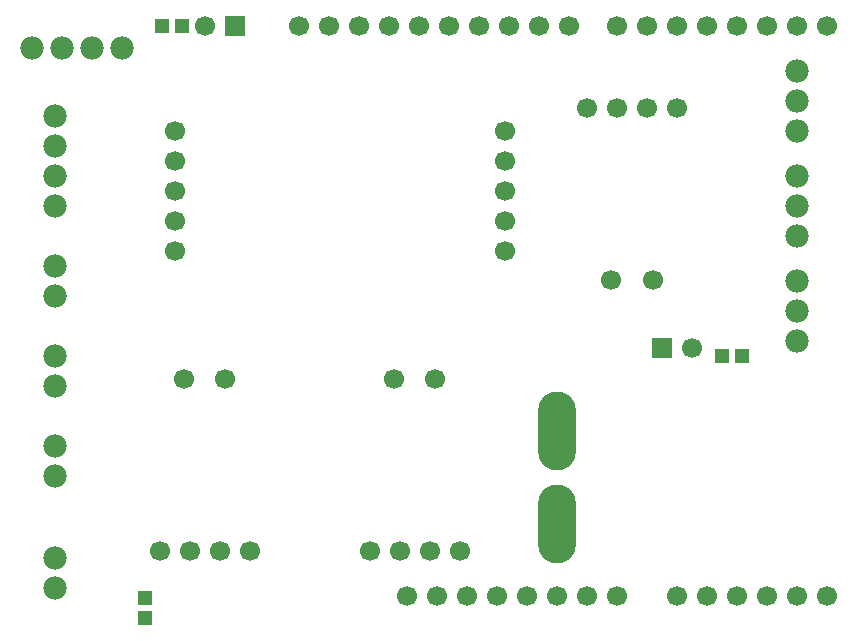
<source format=gbr>
%TF.GenerationSoftware,Novarm,DipTrace,3.3.0.1*%
%TF.CreationDate,2018-11-14T10:16:25-08:00*%
%FSLAX26Y26*%
%MOIN*%
%TF.FileFunction,Soldermask,Top*%
%TF.Part,Single*%
%ADD31R,0.04725X0.051187*%
%ADD33R,0.051187X0.04725*%
%ADD35C,0.07788*%
%ADD37R,0.066935X0.066935*%
%ADD39C,0.066935*%
%ADD41O,0.12599X0.263786*%
G75*
G01*
%LPD*%
D41*
X2368700Y1118700D3*
Y807676D3*
D39*
X1193700Y2468700D3*
D37*
X1293700D3*
D39*
X2818700Y1393700D3*
D37*
X2718700D3*
D35*
X818700Y2393700D3*
X718700D3*
X618700D3*
X918700D3*
D39*
X3268700Y2468700D3*
X3168700D3*
X3068700D3*
X2968700D3*
X2868700D3*
X2768700D3*
X2668700D3*
X2568700D3*
X2408700D3*
X2308700D3*
X2208700D3*
X2108700D3*
X2008700D3*
X1908700D3*
X1808700D3*
X1708700D3*
X1608700D3*
X1508700D3*
X3268700Y568700D3*
X3168700D3*
X3068700D3*
X2968700D3*
X2868700D3*
X2768700D3*
X2568700D3*
X2468700D3*
X2368700D3*
X2268700D3*
X2168700D3*
X2068700D3*
X1968700D3*
X1868700D3*
D35*
X3168700Y2318700D3*
Y2218700D3*
Y2118700D3*
X693700Y2068700D3*
Y1968700D3*
Y1868700D3*
Y2168700D3*
X3168700Y1968700D3*
Y1868700D3*
Y1768700D3*
X693700Y1668700D3*
Y1568700D3*
X3168700Y1618700D3*
Y1518700D3*
Y1418700D3*
X693700Y1368700D3*
Y1268700D3*
Y1068700D3*
Y968700D3*
Y693700D3*
Y593700D3*
D33*
X1118700Y2468700D3*
X1051771D3*
X2918700Y1368700D3*
X2985629D3*
D31*
X993700Y493700D3*
Y560629D3*
D39*
X1093700Y2118700D3*
Y2018700D3*
Y1918700D3*
Y1818700D3*
Y1718700D3*
X2193700D3*
Y1818700D3*
Y1918700D3*
Y2018700D3*
Y2118700D3*
X2468700Y2193700D3*
X2568700D3*
X2668700D3*
X2768700D3*
X2687598Y1621850D3*
X2549802D3*
X1343700Y718700D3*
X1243700D3*
X1143700D3*
X1043700D3*
X1124802Y1290550D3*
X1262598D3*
X2043700Y718700D3*
X1943700D3*
X1843700D3*
X1743700D3*
X1824802Y1290550D3*
X1962598D3*
M02*

</source>
